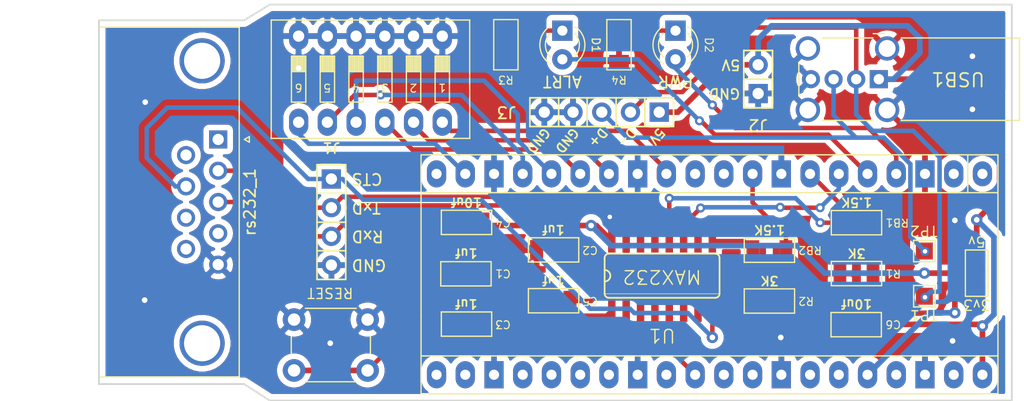
<source format=kicad_pcb>
(kicad_pcb (version 20171130) (host pcbnew "(5.1.10)-1")
  (layers (0 F.Cu signal) (31 B.Cu signal) (34 B.Paste user) (35 F.Paste user) (36 B.SilkS user) (37 F.SilkS user) (38 B.Mask user) (39 F.Mask user) (44 Edge.Cuts user))
  (net 0 "")
  (net 1 "Net-(C1-Pad1)")
  (net 2 "Net-(C2-Pad2)")
  (net 3 GND)
  (net 4 "Net-(C3-Pad2)")
  (net 5 "Net-(C3-Pad1)")
  (net 6 +5V)
  (net 7 "Net-(D1-Pad2)")
  (net 8 "Net-(D1-Pad1)")
  (net 9 "Net-(D2-Pad2)")
  (net 10 "Net-(D2-Pad1)")
  (net 11 "Net-(J1-Pad3)")
  (net 12 "Net-(J1-Pad2)")
  (net 13 "Net-(JP1-Pad3)")
  (net 14 "Net-(R1-Pad2)")
  (net 15 "Net-(R2-Pad2)")
  (net 16 "Net-(SW1-Pad6)")
  (net 17 "Net-(SW1-Pad5)")
  (net 18 "Net-(SW1-Pad4)")
  (net 19 "Net-(SW1-Pad3)")
  (net 20 "Net-(SW1-Pad2)")
  (net 21 "Net-(SW1-Pad1)")
  (net 22 "Net-(SW2-Pad1)")
  (net 23 "Net-(U1-Pad10)")
  (net 24 "Net-(U1-Pad11)")
  (net 25 "Net-(U1-Pad7)")
  (net 26 "Net-(U2-Pad1)")
  (net 27 "Net-(U2-Pad2)")
  (net 28 "Net-(U2-Pad10)")
  (net 29 "Net-(U2-Pad11)")
  (net 30 "Net-(U2-Pad20)")
  (net 31 "Net-(U2-Pad21)")
  (net 32 "Net-(U2-Pad22)")
  (net 33 "Net-(U2-Pad24)")
  (net 34 "Net-(U2-Pad25)")
  (net 35 "Net-(U2-Pad26)")
  (net 36 "Net-(U2-Pad27)")
  (net 37 "Net-(U2-Pad29)")
  (net 38 "Net-(U2-Pad31)")
  (net 39 "Net-(U2-Pad32)")
  (net 40 "Net-(U2-Pad34)")
  (net 41 "Net-(U2-Pad35)")
  (net 42 "Net-(U2-Pad37)")
  (net 43 "Net-(U2-Pad39)")
  (net 44 "Net-(J3-Pad2)")
  (net 45 "Net-(C5-Pad2)")
  (net 46 "Net-(C5-Pad1)")
  (net 47 "Net-(J3-Pad3)")
  (net 48 "Net-(rs232_1-Pad9)")
  (net 49 "Net-(rs232_1-Pad8)")
  (net 50 "Net-(rs232_1-Pad6)")
  (net 51 "Net-(rs232_1-Pad4)")
  (net 52 "Net-(rs232_1-Pad1)")
  (net 53 "Net-(J1-Pad1)")
  (net 54 "Net-(RB1-Pad2)")
  (net 55 "Net-(RB2-Pad1)")
  (net 56 "Net-(C4-Pad2)")
  (net 57 "Net-(rs232_1-Pad0)")
  (module usbpico:USB_A_Wuerth_614004134726_Horizontal (layer F.Cu) (at 189.976 82.296 180)
    (fp_text reference USB1 (at -7 0 180 unlocked) (layer F.SilkS) (effects (font (size 1.2 1.2))))
    (fp_text value USB_A)
    (pad 5 thru_hole circle (at -0.73 -2.72 180) (size 2.15 2.15) (drill 1.5) (layers *.Cu *.Mask) (net 3 GND))
    (pad 5 thru_hole circle (at 6.27 -2.72 180) (size 2.15 2.15) (drill 1.5) (layers *.Cu *.Mask) (net 3 GND))
    (pad 5 thru_hole circle (at 6.27 2.72 180) (size 2.15 2.15) (drill 1.5) (layers *.Cu *.Mask) (net 3 GND))
    (pad 5 thru_hole circle (at -0.73 2.72 180) (size 2.15 2.15) (drill 1.5) (layers *.Cu *.Mask) (net 3 GND))
    (pad 1 thru_hole rect (at 0 0 180) (size 1.6 1.6) (drill 0.92) (layers *.Cu *.Mask) (net 6 +5V))
    (pad 2 thru_hole circle (at 2 0 180) (size 1.6 1.6) (drill 0.92) (layers *.Cu *.Mask) (net 44 "Net-(J3-Pad2)"))
    (pad 3 thru_hole circle (at 4 0 180) (size 1.6 1.6) (drill 0.92) (layers *.Cu *.Mask) (net 47 "Net-(J3-Pad3)"))
    (pad 4 thru_hole circle (at 6 0 180) (size 1.6 1.6) (drill 0.92) (layers *.Cu *.Mask) (net 3 GND))
  )
  (module usbpico:SW_DIP_SPSTx06_Slide_9.78x17.42mm_W7.62mm_P2.54mm (layer F.Cu) (at 151.384 78.486 270)
    (fp_text reference SW1 hide)
    (fp_text value SW_DIP_x06)
    (fp_text user 6 (at 4.572 12.7 180 unlocked) (layer F.SilkS) (effects (font (size 0.7 0.7) (thickness 0.1))))
    (fp_text user 5 (at 4.572 9.779 180 unlocked) (layer F.SilkS) (effects (font (size 0.7 0.7) (thickness 0.1)) (justify left)))
    (fp_text user 4 (at 4.572 7.239 180 unlocked) (layer F.SilkS) (effects (font (size 0.7 0.7) (thickness 0.1)) (justify left)))
    (fp_text user 3 (at 4.572 4.699 180 unlocked) (layer F.SilkS) (effects (font (size 0.7 0.7) (thickness 0.1)) (justify left)))
    (fp_text user 2 (at 4.572 2.159 180 unlocked) (layer F.SilkS) (effects (font (size 0.7 0.7) (thickness 0.1)) (justify left)))
    (fp_text user 1 (at 4.572 -0.381 180 unlocked) (layer F.SilkS) (effects (font (size 0.7 0.7) (thickness 0.1)) (justify left)))
    (pad 1 thru_hole oval (at 7.62 0 270) (size 2.4 1.7) (drill 1) (layers *.Cu *.Mask) (net 21 "Net-(SW1-Pad1)"))
    (pad 7 thru_hole oval (at 0 12.7 270) (size 2.4 1.7) (drill 1) (layers *.Cu *.Mask) (net 3 GND))
    (pad 2 thru_hole oval (at 7.62 2.54 270) (size 2.4 1.7) (drill 1) (layers *.Cu *.Mask) (net 20 "Net-(SW1-Pad2)"))
    (pad 8 thru_hole oval (at 0 10.16 270) (size 2.4 1.7) (drill 1) (layers *.Cu *.Mask) (net 3 GND))
    (pad 3 thru_hole oval (at 7.62 5.08 270) (size 2.4 1.7) (drill 1) (layers *.Cu *.Mask) (net 19 "Net-(SW1-Pad3)"))
    (pad 9 thru_hole oval (at 0 7.62 270) (size 2.4 1.7) (drill 1) (layers *.Cu *.Mask) (net 3 GND))
    (pad 4 thru_hole oval (at 7.62 7.62 270) (size 2.4 1.7) (drill 1) (layers *.Cu *.Mask) (net 18 "Net-(SW1-Pad4)"))
    (pad 10 thru_hole oval (at 0 5.08 270) (size 2.4 1.7) (drill 1) (layers *.Cu *.Mask) (net 3 GND))
    (pad 5 thru_hole oval (at 7.62 10.16 270) (size 2.4 1.7) (drill 1) (layers *.Cu *.Mask) (net 17 "Net-(SW1-Pad5)"))
    (pad 11 thru_hole oval (at 0 2.54 270) (size 2.4 1.7) (drill 1) (layers *.Cu *.Mask) (net 3 GND))
    (pad 6 thru_hole oval (at 7.62 12.7 270) (size 2.4 1.7) (drill 1) (layers *.Cu *.Mask) (net 16 "Net-(SW1-Pad6)"))
    (pad 12 thru_hole oval (at 0 0 270) (size 2.4 1.7) (drill 1) (layers *.Cu *.Mask) (net 3 GND))
  )
  (module usbpico:LED_D3.0mm_PWR (layer F.Cu) (at 172 78 270)
    (fp_text reference D2 (at 1.27 -2.96 270 unlocked) (layer F.SilkS) (effects (font (size 0.7 0.7) (thickness 0.1))))
    (fp_text value LED_Small)
    (fp_text user PWR (at 4.5 0 180 unlocked) (layer F.SilkS))
    (pad 2 thru_hole circle (at 2.54 0 270) (size 1.8 1.8) (drill 0.9) (layers *.Cu *.Mask) (net 9 "Net-(D2-Pad2)"))
    (pad 1 thru_hole rect (at 0 0 270) (size 1.8 1.8) (drill 0.9) (layers *.Cu *.Mask) (net 10 "Net-(D2-Pad1)"))
  )
  (module usbpico:LED_D3.0mm_ALRT (layer F.Cu) (at 162 78 270)
    (fp_text reference D1 (at 1.27 -2.96 270 unlocked) (layer F.SilkS) (effects (font (size 0.7 0.7) (thickness 0.11))))
    (fp_text value LED_Small)
    (fp_text user ALRT (at 4.5 0 180 unlocked) (layer F.SilkS))
    (pad 2 thru_hole circle (at 2.54 0 270) (size 1.8 1.8) (drill 0.9) (layers *.Cu *.Mask) (net 7 "Net-(D1-Pad2)"))
    (pad 1 thru_hole rect (at 0 0 270) (size 1.8 1.8) (drill 0.9) (layers *.Cu *.Mask) (net 8 "Net-(D1-Pad1)"))
  )
  (module usbpico:R_1206_3216Metric_LED (layer F.Cu) (at 157.005 79.248 90)
    (fp_text reference R3 (at -3.1 0 180 unlocked) (layer F.SilkS) (effects (font (size 0.7 0.7) (thickness 0.1))))
    (fp_text value R hide)
    (pad 2 smd rect (at 1.4625 0 90) (size 1.125 1.75) (layers F.Cu F.Paste F.Mask) (net 8 "Net-(D1-Pad1)"))
    (pad 1 smd rect (at -1.4625 0 90) (size 1.125 1.75) (layers F.Cu F.Paste F.Mask) (net 3 GND))
  )
  (module usbpico:R_1206_3216Metric_LED (layer F.Cu) (at 167.005 79.248 90)
    (fp_text reference R4 (at -3.1 0 180 unlocked) (layer F.SilkS) (effects (font (size 0.7 0.7) (thickness 0.1))))
    (fp_text value R hide)
    (pad 2 smd rect (at 1.4625 0 90) (size 1.125 1.75) (layers F.Cu F.Paste F.Mask) (net 10 "Net-(D2-Pad1)"))
    (pad 1 smd rect (at -1.4625 0 90) (size 1.125 1.75) (layers F.Cu F.Paste F.Mask) (net 3 GND))
  )
  (module usbpico:SW_PUSH_6mm (layer F.Cu) (at 144.78 108.077 180)
    (fp_text reference SW2 hide)
    (fp_text value SW_MEC_5E)
    (fp_text user RESET (at 3.302 6.858 180 unlocked) (layer F.SilkS) (effects (font (size 0.9 0.9) (thickness 0.12))))
    (pad 2 thru_hole circle (at 6.5 0 270) (size 2 2) (drill 1.1) (layers *.Cu *.Mask) (net 22 "Net-(SW2-Pad1)"))
    (pad 4 thru_hole circle (at 6.5 4.5 270) (size 2 2) (drill 1.1) (layers *.Cu *.Mask) (net 3 GND))
    (pad 1 thru_hole circle (at 0 0 270) (size 2 2) (drill 1.1) (layers *.Cu *.Mask) (net 22 "Net-(SW2-Pad1)"))
    (pad 3 thru_hole circle (at 0 4.5 270) (size 2 2) (drill 1.1) (layers *.Cu *.Mask) (net 3 GND))
  )
  (module usbpico:SolderJumper_MAX232_5v-3v3_switch (layer F.Cu) (at 198.628 99.465 270)
    (fp_text reference JP1 hide)
    (fp_text value SolderJumper_3_Open)
    (fp_text user 5v (at -2.8 0 180 unlocked) (layer F.SilkS) (effects (font (size 0.9 0.9) (thickness 0.12))))
    (fp_text user 3v3 (at 2.8 0 180 unlocked) (layer F.SilkS) (effects (font (size 0.9 0.9) (thickness 0.12))))
    (pad 1 smd rect (at -1.3 0 270) (size 1 1.5) (layers F.Cu F.Mask) (net 6 +5V))
    (pad 2 smd rect (at 0 0 270) (size 1 1.5) (layers F.Cu F.Mask) (net 56 "Net-(C4-Pad2)"))
    (pad 3 smd rect (at 1.3 0 270) (size 1 1.5) (layers F.Cu F.Mask) (net 13 "Net-(JP1-Pad3)"))
  )
  (module usbpico:max232_SMD (layer F.Cu) (at 170.815 99.695)
    (fp_text reference U1 (at 0 4.6 180 unlocked) (layer F.SilkS) (effects (font (size 1.2 1.2) (thickness 0.12)) (justify bottom)))
    (fp_text value MAX232 (at 0 -0.6 180 unlocked) (layer F.SilkS) (effects (font (size 1.2 1.2) (thickness 0.12)) (justify bottom)))
    (pad 9 smd rect (at 4.445 -3.0734) (size 0.6604 2.032) (layers F.Cu F.Paste F.Mask) (net 55 "Net-(RB2-Pad1)"))
    (pad 8 smd rect (at 4.445 3.0734) (size 0.6604 2.032) (layers F.Cu F.Paste F.Mask) (net 53 "Net-(J1-Pad1)"))
    (pad 10 smd rect (at 3.175 -3.0734) (size 0.6604 2.032) (layers F.Cu F.Paste F.Mask) (net 23 "Net-(U1-Pad10)"))
    (pad 11 smd rect (at 1.905 -3.0734) (size 0.6604 2.032) (layers F.Cu F.Paste F.Mask) (net 24 "Net-(U1-Pad11)"))
    (pad 7 smd rect (at 3.175 3.0734) (size 0.6604 2.032) (layers F.Cu F.Paste F.Mask) (net 25 "Net-(U1-Pad7)"))
    (pad 6 smd rect (at 1.905 3.0734) (size 0.6604 2.032) (layers F.Cu F.Paste F.Mask) (net 2 "Net-(C2-Pad2)"))
    (pad 12 smd rect (at 0.635 -3.0734) (size 0.6604 2.032) (layers F.Cu F.Paste F.Mask) (net 54 "Net-(RB1-Pad2)"))
    (pad 5 smd rect (at 0.635 3.0734) (size 0.6604 2.032) (layers F.Cu F.Paste F.Mask) (net 4 "Net-(C3-Pad2)"))
    (pad 13 smd rect (at -0.635 -3.0734) (size 0.6604 2.032) (layers F.Cu F.Paste F.Mask) (net 12 "Net-(J1-Pad2)"))
    (pad 4 smd rect (at -0.635 3.0734) (size 0.6604 2.032) (layers F.Cu F.Paste F.Mask) (net 5 "Net-(C3-Pad1)"))
    (pad 14 smd rect (at -1.905 -3.0734) (size 0.6604 2.032) (layers F.Cu F.Paste F.Mask) (net 11 "Net-(J1-Pad3)"))
    (pad 15 smd rect (at -3.175 -3.0734) (size 0.6604 2.032) (layers F.Cu F.Paste F.Mask) (net 3 GND))
    (pad 3 smd rect (at -1.905 3.0734) (size 0.6604 2.032) (layers F.Cu F.Paste F.Mask) (net 45 "Net-(C5-Pad2)"))
    (pad 2 smd rect (at -3.175 3.0734) (size 0.6604 2.032) (layers F.Cu F.Paste F.Mask) (net 1 "Net-(C1-Pad1)"))
    (pad 16 smd rect (at -4.445 -3.0734) (size 0.6604 2.032) (layers F.Cu F.Paste F.Mask) (net 56 "Net-(C4-Pad2)"))
    (pad 1 smd rect (at -4.445 3.0734) (size 0.6604 2.032) (layers F.Cu F.Paste F.Mask) (net 46 "Net-(C5-Pad1)"))
  )
  (module usbpico:R_1206_3216Metric_bridgeflip (layer F.Cu) (at 188 95 180)
    (fp_text reference RB1 (at -2.5 0 180 unlocked) (layer F.SilkS) (effects (font (size 0.7 0.7) (thickness 0.1)) (justify right)))
    (fp_text value 1.5K (at 0 1.8 180 unlocked) (layer F.SilkS) (effects (font (size 0.8 0.8))))
    (pad 2 smd rect (at 0.6 0) (size 0.6 1) (layers F.Cu F.Paste F.Mask) (net 54 "Net-(RB1-Pad2)"))
    (pad 1 smd rect (at -0.6 0 180) (size 0.6 1) (layers F.Cu F.Paste F.Mask) (net 14 "Net-(R1-Pad2)"))
    (pad 2 smd rect (at 1.4625 0 180) (size 1.125 1.75) (layers F.Cu F.Paste F.Mask) (net 54 "Net-(RB1-Pad2)"))
    (pad 1 smd rect (at -1.4625 0 180) (size 1.125 1.75) (layers F.Cu F.Paste F.Mask) (net 14 "Net-(R1-Pad2)"))
  )
  (module usbpico:R_1206_3216Metric (layer F.Cu) (at 180.302 101.932)
    (fp_text reference R2 (at 2.5 0 180 unlocked) (layer F.SilkS) (effects (font (size 0.7 0.7) (thickness 0.1)) (justify right)))
    (fp_text value 3K (at 0 -1.8 180 unlocked) (layer F.SilkS) (effects (font (size 0.8 0.8))))
    (pad 2 smd rect (at 1.4625 0) (size 1.125 1.75) (layers F.Cu F.Paste F.Mask) (net 15 "Net-(R2-Pad2)"))
    (pad 1 smd rect (at -1.4625 0) (size 1.125 1.75) (layers F.Cu F.Paste F.Mask) (net 3 GND))
  )
  (module usbpico:R_1206_3216Metric (layer F.Cu) (at 188 99.5)
    (fp_text reference R1 (at 2.5 0 180 unlocked) (layer F.SilkS) (effects (font (size 0.7 0.7) (thickness 0.1)) (justify right)))
    (fp_text value 3K (at 0 -1.8 180 unlocked) (layer F.SilkS) (effects (font (size 0.8 0.8))))
    (pad 2 smd rect (at 1.4625 0) (size 1.125 1.75) (layers F.Cu F.Paste F.Mask) (net 14 "Net-(R1-Pad2)"))
    (pad 1 smd rect (at -1.4625 0) (size 1.125 1.75) (layers F.Cu F.Paste F.Mask) (net 3 GND))
  )
  (module usbpico:R_1206_3216Metric_bridge (layer F.Cu) (at 180.302 97.432)
    (fp_text reference RB2 (at 2.5 0 180 unlocked) (layer F.SilkS) (effects (font (size 0.7 0.7) (thickness 0.1)) (justify right)))
    (fp_text value 1.5K (at 0 -1.8 180 unlocked) (layer F.SilkS) (effects (font (size 0.8 0.8))))
    (pad 2 smd rect (at 0.6 0 180) (size 0.6 1) (layers F.Cu F.Paste F.Mask) (net 15 "Net-(R2-Pad2)"))
    (pad 1 smd rect (at -0.6 0) (size 0.6 1) (layers F.Cu F.Paste F.Mask) (net 55 "Net-(RB2-Pad1)"))
    (pad 2 smd rect (at 1.4625 0) (size 1.125 1.75) (layers F.Cu F.Paste F.Mask) (net 15 "Net-(R2-Pad2)"))
    (pad 1 smd rect (at -1.4625 0) (size 1.125 1.75) (layers F.Cu F.Paste F.Mask) (net 55 "Net-(RB2-Pad1)"))
  )
  (module usbpico:C_1206_3216Metric (layer F.Cu) (at 153.5 95)
    (fp_text reference C4 (at 2.5 0 180 unlocked) (layer F.SilkS) (effects (font (size 0.7 0.7) (thickness 0.1)) (justify right)))
    (fp_text value 10uf (at 0 -1.8 180 unlocked) (layer F.SilkS) (effects (font (size 0.8 0.8))))
    (pad 2 smd rect (at 1.475 0) (size 1.15 1.8) (layers F.Cu F.Paste F.Mask) (net 56 "Net-(C4-Pad2)"))
    (pad 1 smd rect (at -1.475 0) (size 1.15 1.8) (layers F.Cu F.Paste F.Mask) (net 3 GND))
  )
  (module usbpico:C_1206_3216Metric (layer F.Cu) (at 161.198 101.932)
    (fp_text reference C5 (at 2.5 0 180 unlocked) (layer F.SilkS) (effects (font (size 0.7 0.7) (thickness 0.1)) (justify right)))
    (fp_text value 1uf (at 0 -1.8 180 unlocked) (layer F.SilkS) (effects (font (size 0.8 0.8))))
    (pad 2 smd rect (at 1.475 0) (size 1.15 1.8) (layers F.Cu F.Paste F.Mask) (net 45 "Net-(C5-Pad2)"))
    (pad 1 smd rect (at -1.475 0) (size 1.15 1.8) (layers F.Cu F.Paste F.Mask) (net 46 "Net-(C5-Pad1)"))
  )
  (module usbpico:C_1206_3216Metric (layer F.Cu) (at 153.5 104)
    (fp_text reference C3 (at 2.5 0 180 unlocked) (layer F.SilkS) (effects (font (size 0.7 0.7) (thickness 0.1)) (justify right)))
    (fp_text value 1uf (at 0 -1.8 180 unlocked) (layer F.SilkS) (effects (font (size 0.8 0.8))))
    (pad 2 smd rect (at 1.475 0) (size 1.15 1.8) (layers F.Cu F.Paste F.Mask) (net 4 "Net-(C3-Pad2)"))
    (pad 1 smd rect (at -1.475 0) (size 1.15 1.8) (layers F.Cu F.Paste F.Mask) (net 5 "Net-(C3-Pad1)"))
  )
  (module usbpico:C_1206_3216Metric (layer F.Cu) (at 161.198 97.432)
    (fp_text reference C2 (at 2.5 0 180 unlocked) (layer F.SilkS) (effects (font (size 0.7 0.7) (thickness 0.1)) (justify right)))
    (fp_text value 1uf (at 0 -1.8 180 unlocked) (layer F.SilkS) (effects (font (size 0.8 0.8))))
    (pad 2 smd rect (at 1.475 0) (size 1.15 1.8) (layers F.Cu F.Paste F.Mask) (net 2 "Net-(C2-Pad2)"))
    (pad 1 smd rect (at -1.475 0) (size 1.15 1.8) (layers F.Cu F.Paste F.Mask) (net 3 GND))
  )
  (module usbpico:C_1206_3216MetricFlip (layer F.Cu) (at 153.5 99.5 180)
    (fp_text reference C1 (at -2.5 0 180 unlocked) (layer F.SilkS) (effects (font (size 0.7 0.7) (thickness 0.1)) (justify right)))
    (fp_text value 1uf (at 0 1.8 180 unlocked) (layer F.SilkS) (effects (font (size 0.8 0.8))))
    (pad 2 smd rect (at 1.475 0 180) (size 1.15 1.8) (layers F.Cu F.Paste F.Mask) (net 3 GND))
    (pad 1 smd rect (at -1.475 0 180) (size 1.15 1.8) (layers F.Cu F.Paste F.Mask) (net 1 "Net-(C1-Pad1)"))
  )
  (module usbpico:C_1206_3216MetricFlip (layer F.Cu) (at 188 104 180)
    (fp_text reference C6 (at -2.5 0 180 unlocked) (layer F.SilkS) (effects (font (size 0.7 0.7) (thickness 0.1)) (justify right)))
    (fp_text value 10uf (at 0 1.8 180 unlocked) (layer F.SilkS) (effects (font (size 0.8 0.8))))
    (pad 2 smd rect (at 1.475 0 180) (size 1.15 1.8) (layers F.Cu F.Paste F.Mask) (net 3 GND))
    (pad 1 smd rect (at -1.475 0 180) (size 1.15 1.8) (layers F.Cu F.Paste F.Mask) (net 6 +5V))
  )
  (module usbpico:PinHeader_ALT_PWR_IN (layer F.Cu) (at 179.308 81.026)
    (fp_text reference J2 (at 0 5.334 180 unlocked) (layer F.SilkS))
    (fp_text value Conn_01x02_Male)
    (fp_text user 5V (at -1.5 0 180 unlocked) (layer F.SilkS) (effects (font (size 0.9 0.9)) (justify left)))
    (fp_text user GND (at -1.5 2.54 180 unlocked) (layer F.SilkS) (effects (font (size 0.9 0.9)) (justify left)))
    (pad 1 thru_hole circle (at 0 0) (size 1.7 1.7) (drill 1) (layers *.Cu *.Mask) (net 6 +5V))
    (pad 2 thru_hole rect (at 0 2.54 90) (size 1.7 1.7) (drill 1) (layers *.Cu *.Mask) (net 3 GND))
  )
  (module usbpico:PinHeader_ALT_SERIAL_OUT (layer F.Cu) (at 141.578 91.131)
    (fp_text reference J1 (at 0 -2.77 180 unlocked) (layer F.SilkS) (effects (font (size 0.9 0.9))))
    (fp_text value Conn_01x04_Male)
    (fp_text user TxD (at 1.7 2.54 180 unlocked) (layer F.SilkS) (effects (justify right)))
    (fp_text user GND (at 1.7 7.62 180 unlocked) (layer F.SilkS) (effects (justify right)))
    (fp_text user RxD (at 1.7 5.08 180 unlocked) (layer F.SilkS) (effects (justify right)))
    (fp_text user CTS (at 1.7 0 180 unlocked) (layer F.SilkS) (effects (justify right)))
    (pad 4 thru_hole oval (at 0 7.62) (size 1.7 1.7) (drill 1) (layers *.Cu *.Mask) (net 3 GND))
    (pad 3 thru_hole oval (at 0 5.08) (size 1.7 1.7) (drill 1) (layers *.Cu *.Mask) (net 11 "Net-(J1-Pad3)"))
    (pad 2 thru_hole oval (at 0 2.54) (size 1.7 1.7) (drill 1) (layers *.Cu *.Mask) (net 12 "Net-(J1-Pad2)"))
    (pad 1 thru_hole rect (at 0 0) (size 1.7 1.7) (drill 1) (layers *.Cu *.Mask) (net 53 "Net-(J1-Pad1)"))
  )
  (module usbpico:PinHeader_ALT_USB_IN (layer F.Cu) (at 170.561 85.217 270)
    (fp_text reference J3 (at 0 13.5 180 unlocked) (layer F.SilkS))
    (fp_text value Conn_01x05_Male)
    (fp_text user GND (at 1.5 7.3025 230 unlocked) (layer F.SilkS) (effects (font (size 0.8 0.8)) (justify left)))
    (fp_text user GND (at 1.5 9.8425 230 unlocked) (layer F.SilkS) (effects (font (size 0.8 0.8)) (justify left)))
    (fp_text user D+ (at 1.5 4.7625 230 unlocked) (layer F.SilkS) (effects (font (size 0.8 0.8)) (justify left)))
    (fp_text user D- (at 1.5 2.2225 230 unlocked) (layer F.SilkS) (effects (font (size 0.8 0.8)) (justify left)))
    (fp_text user 5V (at 1.5 -0.3175 230 unlocked) (layer F.SilkS) (effects (font (size 0.8 0.8)) (justify left)))
    (pad 5 thru_hole oval (at 0 10.16 270) (size 1.7 1.7) (drill 1) (layers *.Cu *.Mask) (net 3 GND))
    (pad 4 thru_hole oval (at 0 7.62 270) (size 1.7 1.7) (drill 1) (layers *.Cu *.Mask) (net 3 GND))
    (pad 3 thru_hole oval (at 0 5.08 270) (size 1.7 1.7) (drill 1) (layers *.Cu *.Mask) (net 47 "Net-(J3-Pad3)"))
    (pad 2 thru_hole oval (at 0 2.54 270) (size 1.7 1.7) (drill 1) (layers *.Cu *.Mask) (net 44 "Net-(J3-Pad2)"))
    (pad 1 thru_hole rect (at 0 0 270) (size 1.7 1.7) (drill 1) (layers *.Cu *.Mask) (net 6 +5V))
  )
  (module usbpico:RPi_Pico_SMD_THv2 (layer F.Cu) (at 175.006 99.568 270)
    (fp_text reference U2 hide)
    (fp_text value PICO_RP2040)
    (pad 1 thru_hole oval (at -8.89 -24.13 270) (size 2.2 1.7) (drill 0.9) (layers *.Cu *.Mask) (net 26 "Net-(U2-Pad1)"))
    (pad 2 thru_hole oval (at -8.89 -21.59 270) (size 2.4 1.7) (drill 0.9) (layers *.Cu *.Mask) (net 27 "Net-(U2-Pad2)"))
    (pad 3 thru_hole rect (at -8.89 -19.05 270) (size 2.4 1.7) (drill 0.9) (layers *.Cu *.Mask) (net 3 GND))
    (pad 4 thru_hole oval (at -8.89 -16.51 270) (size 2.4 1.7) (drill 0.9) (layers *.Cu *.Mask) (net 9 "Net-(D2-Pad2)"))
    (pad 5 thru_hole oval (at -8.89 -13.97 270) (size 2.4 1.7) (drill 0.9) (layers *.Cu *.Mask) (net 7 "Net-(D1-Pad2)"))
    (pad 6 thru_hole oval (at -8.89 -11.43 270) (size 2.4 1.7) (drill 0.9) (layers *.Cu *.Mask) (net 24 "Net-(U1-Pad11)"))
    (pad 7 thru_hole oval (at -8.89 -8.89 270) (size 2.4 1.7) (drill 0.9) (layers *.Cu *.Mask) (net 14 "Net-(R1-Pad2)"))
    (pad 8 thru_hole rect (at -8.89 -6.35 270) (size 2.4 1.7) (drill 0.9) (layers *.Cu *.Mask) (net 3 GND))
    (pad 9 thru_hole oval (at -8.89 -3.81 270) (size 2.4 1.7) (drill 0.9) (layers *.Cu *.Mask) (net 15 "Net-(R2-Pad2)"))
    (pad 10 thru_hole oval (at -8.89 -1.27 270) (size 2.4 1.7) (drill 0.9) (layers *.Cu *.Mask) (net 28 "Net-(U2-Pad10)"))
    (pad 11 thru_hole oval (at -8.89 1.27 270) (size 2.4 1.7) (drill 0.9) (layers *.Cu *.Mask) (net 29 "Net-(U2-Pad11)"))
    (pad 12 thru_hole oval (at -8.89 3.81 270) (size 2.4 1.7) (drill 0.9) (layers *.Cu *.Mask) (net 21 "Net-(SW1-Pad1)"))
    (pad 13 thru_hole rect (at -8.89 6.35 270) (size 2.4 1.7) (drill 0.9) (layers *.Cu *.Mask) (net 3 GND))
    (pad 14 thru_hole oval (at -8.89 8.89 270) (size 2.4 1.7) (drill 0.9) (layers *.Cu *.Mask) (net 20 "Net-(SW1-Pad2)"))
    (pad 15 thru_hole oval (at -8.89 11.43 270) (size 2.4 1.7) (drill 0.9) (layers *.Cu *.Mask) (net 19 "Net-(SW1-Pad3)"))
    (pad 16 thru_hole oval (at -8.89 13.97 270) (size 2.4 1.7) (drill 0.9) (layers *.Cu *.Mask) (net 18 "Net-(SW1-Pad4)"))
    (pad 17 thru_hole oval (at -8.89 16.51 270) (size 2.4 1.7) (drill 0.9) (layers *.Cu *.Mask) (net 17 "Net-(SW1-Pad5)"))
    (pad 18 thru_hole rect (at -8.89 19.05 270) (size 2.4 1.7) (drill 0.9) (layers *.Cu *.Mask) (net 3 GND))
    (pad 19 thru_hole oval (at -8.89 21.59 270) (size 2.4 1.7) (drill 0.9) (layers *.Cu *.Mask) (net 16 "Net-(SW1-Pad6)"))
    (pad 20 thru_hole oval (at -8.89 24.13 270) (size 2.4 1.7) (drill 0.9) (layers *.Cu *.Mask) (net 30 "Net-(U2-Pad20)"))
    (pad 21 thru_hole oval (at 8.89 24.13 270) (size 2.4 1.7) (drill 0.9) (layers *.Cu *.Mask) (net 31 "Net-(U2-Pad21)"))
    (pad 22 thru_hole oval (at 8.89 21.59 270) (size 2.4 1.7) (drill 0.9) (layers *.Cu *.Mask) (net 32 "Net-(U2-Pad22)"))
    (pad 23 thru_hole rect (at 8.89 19.05 270) (size 2.4 1.7) (drill 0.9) (layers *.Cu *.Mask) (net 3 GND))
    (pad 24 thru_hole oval (at 8.89 16.51 270) (size 2.4 1.7) (drill 0.9) (layers *.Cu *.Mask) (net 33 "Net-(U2-Pad24)"))
    (pad 25 thru_hole oval (at 8.89 13.97 270) (size 2.4 1.7) (drill 0.9) (layers *.Cu *.Mask) (net 34 "Net-(U2-Pad25)"))
    (pad 26 thru_hole oval (at 8.89 11.43 270) (size 2.4 1.7) (drill 0.9) (layers *.Cu *.Mask) (net 35 "Net-(U2-Pad26)"))
    (pad 27 thru_hole oval (at 8.89 8.89 270) (size 2.4 1.7) (drill 0.9) (layers *.Cu *.Mask) (net 36 "Net-(U2-Pad27)"))
    (pad 28 thru_hole rect (at 8.89 6.35 270) (size 2.4 1.7) (drill 0.9) (layers *.Cu *.Mask) (net 3 GND))
    (pad 29 thru_hole oval (at 8.89 3.81 270) (size 2.4 1.7) (drill 0.9) (layers *.Cu *.Mask) (net 37 "Net-(U2-Pad29)"))
    (pad 30 thru_hole oval (at 8.89 1.27 270) (size 2.4 1.7) (drill 0.9) (layers *.Cu *.Mask) (net 22 "Net-(SW2-Pad1)"))
    (pad 31 thru_hole oval (at 8.89 -1.27 270) (size 2.4 1.7) (drill 0.9) (layers *.Cu *.Mask) (net 38 "Net-(U2-Pad31)"))
    (pad 32 thru_hole oval (at 8.89 -3.81 270) (size 2.4 1.7) (drill 0.9) (layers *.Cu *.Mask) (net 39 "Net-(U2-Pad32)"))
    (pad 33 thru_hole rect (at 8.89 -6.35 270) (size 2.4 1.7) (drill 0.9) (layers *.Cu *.Mask) (net 3 GND))
    (pad 34 thru_hole oval (at 8.89 -8.89 270) (size 2.4 1.7) (drill 0.9) (layers *.Cu *.Mask) (net 40 "Net-(U2-Pad34)"))
    (pad 35 thru_hole oval (at 8.89 -11.43 270) (size 2.4 1.7) (drill 0.9) (layers *.Cu *.Mask) (net 41 "Net-(U2-Pad35)"))
    (pad 36 thru_hole oval (at 8.89 -13.97 270) (size 2.4 1.7) (drill 0.9) (layers *.Cu *.Mask) (net 13 "Net-(JP1-Pad3)"))
    (pad 37 thru_hole oval (at 8.89 -16.51 270) (size 2.4 1.7) (drill 0.9) (layers *.Cu *.Mask) (net 42 "Net-(U2-Pad37)"))
    (pad 38 thru_hole rect (at 8.89 -19.05 270) (size 2.4 1.7) (drill 0.9) (layers *.Cu *.Mask) (net 3 GND))
    (pad 39 thru_hole oval (at 8.89 -21.59 90) (size 2.4 1.7) (drill 0.9) (layers *.Cu *.Mask) (net 43 "Net-(U2-Pad39)"))
    (pad 40 thru_hole oval (at 8.89 -24.13 270) (size 2.4 1.7) (drill 0.9) (layers *.Cu *.Mask) (net 6 +5V))
  )
  (module usbpico:TestPoint_Pad_1.5x1.5mm (layer F.Cu) (at 194 97.508 270)
    (fp_text reference TP2 (at -1.778 0.05 180 unlocked) (layer F.SilkS) (effects (font (size 0.9 0.9) (thickness 0.12))))
    (fp_text value TestPoint)
    (pad 1 smd rect (at 0 0 270) (size 1.5 1.5) (layers F.Cu F.Mask) (net 47 "Net-(J3-Pad3)"))
  )
  (module usbpico:TestPoint_Pad_1.5x1.5mm (layer F.Cu) (at 194 101.508 270)
    (fp_text reference TP1 (at 1.692 0.05 180 unlocked) (layer F.SilkS) (effects (font (size 0.9 0.9) (thickness 0.12))))
    (fp_text value TestPoint)
    (pad 1 smd rect (at 0 0 270) (size 1.5 1.5) (layers F.Cu F.Mask) (net 44 "Net-(J3-Pad2)"))
  )
  (module Connector_Dsub:DSUB-9_Male_Horizontal_P2.77x2.84mm_EdgePinOffset7.70mm_Housed_MountingHolesOffset9.12mm (layer F.Cu) (at 131.572 87.63 270)
    (fp_text reference rs232_1 (at 5.54 -2.8 90) (layer F.SilkS))
    (fp_text value DB9_Female_MountingHoles)
    (pad 0 thru_hole circle (at 18.04 1.42 270) (size 4 4) (drill 3.2) (layers *.Cu *.Mask) (net 57 "Net-(rs232_1-Pad0)"))
    (pad 0 thru_hole circle (at -6.96 1.42 270) (size 4 4) (drill 3.2) (layers *.Cu *.Mask) (net 57 "Net-(rs232_1-Pad0)"))
    (pad 9 thru_hole circle (at 9.695 2.84 270) (size 1.6 1.6) (drill 1) (layers *.Cu *.Mask) (net 48 "Net-(rs232_1-Pad9)"))
    (pad 8 thru_hole circle (at 6.925 2.84 270) (size 1.6 1.6) (drill 1) (layers *.Cu *.Mask) (net 49 "Net-(rs232_1-Pad8)"))
    (pad 7 thru_hole circle (at 4.155 2.84 270) (size 1.6 1.6) (drill 1) (layers *.Cu *.Mask) (net 53 "Net-(J1-Pad1)"))
    (pad 6 thru_hole circle (at 1.385 2.84 270) (size 1.6 1.6) (drill 1) (layers *.Cu *.Mask) (net 50 "Net-(rs232_1-Pad6)"))
    (pad 5 thru_hole circle (at 11.08 0 270) (size 1.6 1.6) (drill 1) (layers *.Cu *.Mask) (net 3 GND))
    (pad 4 thru_hole circle (at 8.31 0 270) (size 1.6 1.6) (drill 1) (layers *.Cu *.Mask) (net 51 "Net-(rs232_1-Pad4)"))
    (pad 3 thru_hole circle (at 5.54 0 270) (size 1.6 1.6) (drill 1) (layers *.Cu *.Mask) (net 11 "Net-(J1-Pad3)"))
    (pad 2 thru_hole circle (at 2.77 0 270) (size 1.6 1.6) (drill 1) (layers *.Cu *.Mask) (net 12 "Net-(J1-Pad2)"))
    (pad 1 thru_hole rect (at 0 0 270) (size 1.6 1.6) (drill 1) (layers *.Cu *.Mask) (net 52 "Net-(rs232_1-Pad1)"))
  )
  (gr_line (start 133.858 109.2835) (end 136.144 110.744) (layer Edge.Cuts) (width 0.15))
  (gr_line (start 133.858 77.089) (end 136.144 75.692) (layer Edge.Cuts) (width 0.15))
  (gr_line (start 133.858 109.2835) (end 121.031 109.2835) (layer Edge.Cuts) (width 0.15))
  (gr_line (start 133.858 77.089) (end 121.031 77.089) (layer Edge.Cuts) (width 0.15))
  (gr_line (start 121.031 77.089) (end 121.031 109.2835) (layer Edge.Cuts) (width 0.15))
  (gr_line (start 201.73 110.744) (end 136.144 110.744) (layer Edge.Cuts) (width 0.15))
  (gr_line (start 201.73 75.692) (end 201.73 110.744) (layer Edge.Cuts) (width 0.15))
  (gr_line (start 136.144 75.692) (end 201.73 75.692) (layer Edge.Cuts) (width 0.15))
  (via (at 194.0052 99.4664) (size 1) (drill 0.5) (layers F.Cu B.Cu) (net 56))
  (segment (start 198.604 99.441) (end 198.628 99.465) (width 0.5) (layer F.Cu) (net 56))
  (segment (start 185.1914 99.4664) (end 182.753 97.028) (width 0.5) (layer B.Cu) (net 56))
  (segment (start 194.0052 99.4664) (end 185.1914 99.4664) (width 0.5) (layer B.Cu) (net 56))
  (segment (start 198.6266 99.4664) (end 198.628 99.465) (width 0.5) (layer F.Cu) (net 56))
  (segment (start 194.0052 99.4664) (end 198.6266 99.4664) (width 0.5) (layer F.Cu) (net 56))
  (segment (start 166.3192 97.028) (end 164.5412 95.25) (width 0.5) (layer B.Cu) (net 56))
  (via (at 164.5412 95.25) (size 1) (drill 0.5) (layers F.Cu B.Cu) (net 56))
  (segment (start 182.753 97.028) (end 166.3192 97.028) (width 0.5) (layer B.Cu) (net 56))
  (segment (start 164.9984 95.25) (end 166.37 96.6216) (width 0.5) (layer F.Cu) (net 56))
  (segment (start 164.5412 95.25) (end 164.9984 95.25) (width 0.5) (layer F.Cu) (net 56))
  (segment (start 155.225 95.25) (end 154.975 95) (width 0.5) (layer F.Cu) (net 56))
  (segment (start 159.6644 95.25) (end 155.225 95.25) (width 0.5) (layer F.Cu) (net 56))
  (segment (start 164.5412 95.25) (end 159.6644 95.25) (width 0.5) (layer F.Cu) (net 56))
  (segment (start 162.673 97.432) (end 162.673 97.776) (width 0.4) (layer F.Cu) (net 2))
  (segment (start 167.64 104.1844) (end 167.64 102.7684) (width 0.4) (layer F.Cu) (net 1))
  (segment (start 167.4304 104.394) (end 167.64 104.1844) (width 0.4) (layer F.Cu) (net 1))
  (segment (start 158.709542 104.394) (end 167.4304 104.394) (width 0.4) (layer F.Cu) (net 1))
  (segment (start 154.975 100.659458) (end 158.709542 104.394) (width 0.4) (layer F.Cu) (net 1))
  (segment (start 154.975 99.5) (end 154.975 100.659458) (width 0.4) (layer F.Cu) (net 1))
  (segment (start 172.72 101.3524) (end 172.72 102.7684) (width 0.4) (layer F.Cu) (net 2))
  (segment (start 172.72 101.3524) (end 171.6976 100.33) (width 0.4) (layer F.Cu) (net 2))
  (segment (start 165.571 100.33) (end 162.673 97.432) (width 0.4) (layer F.Cu) (net 2))
  (segment (start 171.6976 100.33) (end 165.571 100.33) (width 0.4) (layer F.Cu) (net 2))
  (via (at 181.3052 105.156) (size 1) (drill 0.5) (layers F.Cu B.Cu) (net 3))
  (via (at 196.4944 105.4608) (size 1) (drill 0.5) (layers F.Cu B.Cu) (net 3))
  (via (at 196.6976 94.7928) (size 1) (drill 0.5) (layers F.Cu B.Cu) (net 3))
  (via (at 141.478 105.664) (size 1) (drill 0.5) (layers F.Cu B.Cu) (net 3))
  (via (at 138.684 81.3308) (size 1) (drill 0.5) (layers F.Cu B.Cu) (net 3))
  (via (at 125.0696 101.854) (size 1) (drill 0.5) (layers F.Cu B.Cu) (net 3))
  (via (at 125.1204 84.328) (size 1) (drill 0.5) (layers F.Cu B.Cu) (net 3))
  (via (at 198.247 84.963) (size 1) (drill 0.5) (layers F.Cu B.Cu) (net 3))
  (via (at 198.247 80.264) (size 1) (drill 0.5) (layers F.Cu B.Cu) (net 3))
  (via (at 166.1922 94.488) (size 0.8) (drill 0.4) (layers F.Cu B.Cu) (net 3))
  (segment (start 156.197 104) (end 154.975 104) (width 0.4) (layer F.Cu) (net 4))
  (segment (start 157.988 105.791) (end 156.197 104) (width 0.4) (layer F.Cu) (net 4))
  (segment (start 169.9704 105.791) (end 157.988 105.791) (width 0.4) (layer F.Cu) (net 4))
  (segment (start 171.45 104.3114) (end 169.9704 105.791) (width 0.4) (layer F.Cu) (net 4))
  (segment (start 171.45 102.7684) (end 171.45 104.3114) (width 0.4) (layer F.Cu) (net 4))
  (segment (start 152.4 102.362) (end 152.025 102.737) (width 0.4) (layer F.Cu) (net 5))
  (segment (start 152.025 102.737) (end 152.025 104) (width 0.4) (layer F.Cu) (net 5))
  (segment (start 155.829 102.362) (end 152.4 102.362) (width 0.4) (layer F.Cu) (net 5))
  (segment (start 158.496 105.029) (end 155.829 102.362) (width 0.4) (layer F.Cu) (net 5))
  (segment (start 169.5894 105.029) (end 158.496 105.029) (width 0.4) (layer F.Cu) (net 5))
  (segment (start 170.18 104.4384) (end 169.5894 105.029) (width 0.4) (layer F.Cu) (net 5))
  (segment (start 170.18 102.7684) (end 170.18 104.4384) (width 0.4) (layer F.Cu) (net 5))
  (via (at 199.136 104.14) (size 1) (drill 0.5) (layers F.Cu B.Cu) (net 6))
  (segment (start 198.996 104) (end 199.136 104.14) (width 0.5) (layer F.Cu) (net 6))
  (segment (start 189.475 104) (end 198.996 104) (width 0.5) (layer F.Cu) (net 6))
  (segment (start 199.136 104.14) (end 200.152 103.124) (width 0.5) (layer B.Cu) (net 6))
  (segment (start 200.152 103.124) (end 200.152 96.266) (width 0.5) (layer B.Cu) (net 6))
  (via (at 198.628 94.742) (size 1) (drill 0.5) (layers F.Cu B.Cu) (net 6))
  (segment (start 200.152 96.266) (end 198.628 94.742) (width 0.5) (layer B.Cu) (net 6))
  (segment (start 199.136 108.458) (end 199.136 104.14) (width 0.5) (layer F.Cu) (net 6))
  (segment (start 172.212 85.217) (end 170.561 85.217) (width 0.5) (layer F.Cu) (net 6))
  (segment (start 176.403 81.026) (end 172.212 85.217) (width 0.5) (layer F.Cu) (net 6))
  (segment (start 198.628 98.165) (end 198.628 94.742) (width 0.5) (layer F.Cu) (net 6))
  (segment (start 195.834 82.296) (end 189.976 82.296) (width 0.5) (layer F.Cu) (net 6))
  (segment (start 198.882 82.296) (end 195.834 82.296) (width 0.5) (layer F.Cu) (net 6))
  (segment (start 200.66 84.074) (end 198.882 82.296) (width 0.5) (layer F.Cu) (net 6))
  (segment (start 200.66 92.71) (end 200.66 84.074) (width 0.5) (layer F.Cu) (net 6))
  (segment (start 198.628 94.742) (end 200.66 92.71) (width 0.5) (layer F.Cu) (net 6))
  (segment (start 176.403 81.026) (end 179.308 81.026) (width 0.5) (layer F.Cu) (net 6))
  (segment (start 179.308 78.756) (end 179.308 81.026) (width 0.5) (layer B.Cu) (net 6))
  (segment (start 180.4924 77.5716) (end 179.308 78.756) (width 0.5) (layer B.Cu) (net 6))
  (segment (start 192.5066 77.5716) (end 180.4924 77.5716) (width 0.5) (layer B.Cu) (net 6))
  (segment (start 193.5988 79.9732) (end 193.5988 78.6638) (width 0.5) (layer B.Cu) (net 6))
  (segment (start 191.276 82.296) (end 193.5988 79.9732) (width 0.5) (layer B.Cu) (net 6))
  (segment (start 193.5988 78.6638) (end 192.5066 77.5716) (width 0.5) (layer B.Cu) (net 6))
  (segment (start 189.976 82.296) (end 191.276 82.296) (width 0.5) (layer B.Cu) (net 6))
  (segment (start 185.51201 87.21401) (end 175.47901 87.21401) (width 0.4) (layer F.Cu) (net 7))
  (segment (start 188.976 90.678) (end 185.51201 87.21401) (width 0.4) (layer F.Cu) (net 7))
  (via (at 174.117 85.979) (size 0.8) (drill 0.4) (layers F.Cu B.Cu) (net 7))
  (segment (start 174.244 85.979) (end 174.117 85.979) (width 0.4) (layer F.Cu) (net 7))
  (segment (start 175.47901 87.21401) (end 174.244 85.979) (width 0.4) (layer F.Cu) (net 7))
  (segment (start 168.678 80.54) (end 162 80.54) (width 0.4) (layer B.Cu) (net 7))
  (segment (start 174.117 85.979) (end 168.678 80.54) (width 0.4) (layer B.Cu) (net 7))
  (segment (start 157.2195 78) (end 157.005 77.7855) (width 0.4) (layer F.Cu) (net 8))
  (segment (start 162 78) (end 157.2195 78) (width 0.4) (layer F.Cu) (net 8))
  (segment (start 191.516 89.078) (end 189.052 86.614) (width 0.4) (layer F.Cu) (net 9))
  (segment (start 191.516 90.678) (end 191.516 89.078) (width 0.4) (layer F.Cu) (net 9))
  (via (at 175.26 84.582) (size 0.8) (drill 0.4) (layers F.Cu B.Cu) (net 9))
  (segment (start 177.292 86.614) (end 175.26 84.582) (width 0.4) (layer F.Cu) (net 9))
  (segment (start 189.052 86.614) (end 177.292 86.614) (width 0.4) (layer F.Cu) (net 9))
  (segment (start 172 81.322) (end 172 80.54) (width 0.4) (layer B.Cu) (net 9))
  (segment (start 175.26 84.582) (end 172 81.322) (width 0.4) (layer B.Cu) (net 9))
  (segment (start 167.2195 78) (end 167.005 77.7855) (width 0.4) (layer F.Cu) (net 10))
  (segment (start 172 78) (end 167.2195 78) (width 0.4) (layer F.Cu) (net 10))
  (segment (start 168.91 96.6216) (end 168.91 95.825398) (width 0.4) (layer F.Cu) (net 11))
  (segment (start 141.578 96.211) (end 137.9051 96.211) (width 0.4) (layer F.Cu) (net 11))
  (segment (start 137.9051 96.211) (end 134.8613 93.1672) (width 0.4) (layer F.Cu) (net 11))
  (segment (start 134.8585 93.17) (end 131.572 93.17) (width 0.4) (layer F.Cu) (net 11))
  (segment (start 134.8613 93.1672) (end 134.8585 93.17) (width 0.4) (layer F.Cu) (net 11))
  (segment (start 168.91 94.4626) (end 168.91 96.6216) (width 0.4) (layer F.Cu) (net 11))
  (segment (start 167.9194 93.472) (end 168.91 94.4626) (width 0.4) (layer F.Cu) (net 11))
  (segment (start 144.317 93.472) (end 167.9194 93.472) (width 0.4) (layer F.Cu) (net 11))
  (segment (start 141.578 96.211) (end 144.317 93.472) (width 0.4) (layer F.Cu) (net 11))
  (segment (start 170.18 94.488) (end 170.18 96.6216) (width 0.4) (layer F.Cu) (net 12))
  (segment (start 168.402 92.71) (end 170.18 94.488) (width 0.4) (layer F.Cu) (net 12))
  (segment (start 142.539 92.71) (end 141.578 93.671) (width 0.4) (layer F.Cu) (net 12))
  (segment (start 168.402 92.71) (end 142.539 92.71) (width 0.4) (layer F.Cu) (net 12))
  (segment (start 141.578 93.671) (end 139.1116 93.671) (width 0.4) (layer F.Cu) (net 12))
  (segment (start 139.1116 93.671) (end 135.8392 90.3986) (width 0.4) (layer F.Cu) (net 12))
  (segment (start 135.8378 90.4) (end 131.572 90.4) (width 0.4) (layer F.Cu) (net 12))
  (segment (start 135.8392 90.3986) (end 135.8378 90.4) (width 0.4) (layer F.Cu) (net 12))
  (segment (start 188.976 107.938002) (end 188.976 108.458) (width 0.5) (layer B.Cu) (net 13))
  (via (at 196.6976 102.9716) (size 1) (drill 0.5) (layers F.Cu B.Cu) (net 13))
  (segment (start 194.4624 102.9716) (end 196.6976 102.9716) (width 0.5) (layer B.Cu) (net 13))
  (segment (start 188.976 108.458) (end 194.4624 102.9716) (width 0.5) (layer B.Cu) (net 13))
  (segment (start 196.6976 102.9716) (end 196.6976 101.2952) (width 0.5) (layer F.Cu) (net 13))
  (segment (start 197.2278 100.765) (end 198.628 100.765) (width 0.5) (layer F.Cu) (net 13))
  (segment (start 196.6976 101.2952) (end 197.2278 100.765) (width 0.5) (layer F.Cu) (net 13))
  (segment (start 189.4625 95) (end 189.4625 99.5) (width 0.4) (layer F.Cu) (net 14))
  (segment (start 186.942999 93.724999) (end 183.896 90.678) (width 0.4) (layer F.Cu) (net 14))
  (segment (start 188.187499 93.724999) (end 186.942999 93.724999) (width 0.4) (layer F.Cu) (net 14))
  (segment (start 189.4625 95) (end 188.187499 93.724999) (width 0.4) (layer F.Cu) (net 14))
  (segment (start 181.7645 97.432) (end 181.7645 96.1665) (width 0.4) (layer F.Cu) (net 15))
  (segment (start 178.816 93.218) (end 178.816 90.678) (width 0.4) (layer F.Cu) (net 15))
  (segment (start 181.7645 96.1665) (end 178.816 93.218) (width 0.4) (layer F.Cu) (net 15))
  (segment (start 181.7645 101.932) (end 181.7645 97.432) (width 0.4) (layer F.Cu) (net 15))
  (segment (start 138.684 87.122) (end 138.684 86.106) (width 0.4) (layer B.Cu) (net 16))
  (segment (start 139.573 88.011) (end 138.684 87.122) (width 0.4) (layer B.Cu) (net 16))
  (segment (start 150.749 88.011) (end 139.573 88.011) (width 0.4) (layer B.Cu) (net 16))
  (segment (start 153.416 90.678) (end 150.749 88.011) (width 0.4) (layer B.Cu) (net 16))
  (via (at 145.923 83.693) (size 0.8) (drill 0.4) (layers F.Cu B.Cu) (net 17))
  (segment (start 153.111 83.693) (end 145.923 83.693) (width 0.4) (layer B.Cu) (net 17))
  (segment (start 158.496 89.078) (end 153.111 83.693) (width 0.4) (layer B.Cu) (net 17))
  (segment (start 158.496 90.678) (end 158.496 89.078) (width 0.4) (layer B.Cu) (net 17))
  (segment (start 143.637 83.693) (end 141.224 86.106) (width 0.4) (layer F.Cu) (net 17))
  (segment (start 145.923 83.693) (end 143.637 83.693) (width 0.4) (layer F.Cu) (net 17))
  (segment (start 158.06401 87.70601) (end 158.06401 85.42001) (width 0.4) (layer B.Cu) (net 18))
  (segment (start 161.036 90.678) (end 158.06401 87.70601) (width 0.4) (layer B.Cu) (net 18))
  (segment (start 158.06401 85.42001) (end 155.067 82.423) (width 0.4) (layer B.Cu) (net 18))
  (segment (start 155.067 82.423) (end 143.764 82.423) (width 0.4) (layer B.Cu) (net 18))
  (segment (start 143.764 82.423) (end 143.764 86.106) (width 0.4) (layer B.Cu) (net 18))
  (segment (start 163.576 90.678) (end 161.417 88.519) (width 0.4) (layer F.Cu) (net 19))
  (segment (start 148.717 88.519) (end 146.304 86.106) (width 0.4) (layer F.Cu) (net 19))
  (segment (start 161.417 88.519) (end 148.717 88.519) (width 0.4) (layer F.Cu) (net 19))
  (segment (start 163.14401 87.70601) (end 150.19001 87.70601) (width 0.4) (layer F.Cu) (net 20))
  (segment (start 166.116 90.678) (end 163.14401 87.70601) (width 0.4) (layer F.Cu) (net 20))
  (segment (start 148.844 86.36) (end 148.844 86.106) (width 0.4) (layer F.Cu) (net 20))
  (segment (start 150.19001 87.70601) (end 148.844 86.36) (width 0.4) (layer F.Cu) (net 20))
  (segment (start 171.196 90.328) (end 167.736 86.868) (width 0.4) (layer F.Cu) (net 21))
  (segment (start 171.196 90.678) (end 171.196 90.328) (width 0.4) (layer F.Cu) (net 21))
  (segment (start 152.146 86.868) (end 151.384 86.106) (width 0.4) (layer F.Cu) (net 21))
  (segment (start 167.736 86.868) (end 152.146 86.868) (width 0.4) (layer F.Cu) (net 21))
  (segment (start 146.304 106.553) (end 144.78 108.077) (width 0.4) (layer F.Cu) (net 22))
  (segment (start 171.831 106.553) (end 146.304 106.553) (width 0.4) (layer F.Cu) (net 22))
  (segment (start 173.736 108.458) (end 171.831 106.553) (width 0.4) (layer F.Cu) (net 22))
  (segment (start 144.78 108.077) (end 138.28 108.077) (width 0.5) (layer F.Cu) (net 22))
  (via (at 174.2186 93.7006) (size 0.8) (drill 0.4) (layers F.Cu B.Cu) (net 24))
  (segment (start 172.72 95.2056) (end 173.5646 94.361) (width 0.4) (layer F.Cu) (net 24))
  (segment (start 172.72 96.6216) (end 172.72 95.2056) (width 0.4) (layer F.Cu) (net 24))
  (via (at 184.785 93.6752) (size 0.8) (drill 0.4) (layers F.Cu B.Cu) (net 24))
  (segment (start 173.5646 94.3546) (end 174.2186 93.7006) (width 0.4) (layer F.Cu) (net 24))
  (segment (start 173.5646 94.361) (end 173.5646 94.3546) (width 0.4) (layer F.Cu) (net 24))
  (segment (start 186.436 92.0242) (end 184.785 93.6752) (width 0.4) (layer B.Cu) (net 24))
  (segment (start 186.436 90.678) (end 186.436 92.0242) (width 0.4) (layer B.Cu) (net 24))
  (via (at 181.2544 93.637) (size 0.8) (drill 0.4) (layers F.Cu B.Cu) (net 24))
  (segment (start 181.2926 93.6752) (end 181.2544 93.637) (width 0.4) (layer F.Cu) (net 24))
  (segment (start 184.785 93.6752) (end 181.2926 93.6752) (width 0.4) (layer F.Cu) (net 24))
  (segment (start 174.2822 93.637) (end 174.2186 93.7006) (width 0.4) (layer B.Cu) (net 24))
  (segment (start 181.2544 93.637) (end 174.2822 93.637) (width 0.4) (layer B.Cu) (net 24))
  (segment (start 195.34599 89.197988) (end 193.016002 86.868) (width 0.4) (layer B.Cu) (net 44))
  (segment (start 195.34599 101.11199) (end 195.34599 89.197988) (width 0.4) (layer B.Cu) (net 44))
  (via (at 194.056 101.6) (size 0.8) (drill 0.4) (layers F.Cu B.Cu) (net 44))
  (segment (start 194 101.544) (end 194.056 101.6) (width 0.4) (layer F.Cu) (net 44))
  (segment (start 194 101.508) (end 194 101.544) (width 0.4) (layer F.Cu) (net 44))
  (segment (start 194.54401 101.11199) (end 195.34599 101.11199) (width 0.4) (layer B.Cu) (net 44))
  (segment (start 194.056 101.6) (end 194.54401 101.11199) (width 0.4) (layer B.Cu) (net 44))
  (segment (start 193.016002 86.868) (end 189.4332 86.868) (width 0.4) (layer B.Cu) (net 44))
  (segment (start 187.976 85.4108) (end 187.976 82.296) (width 0.4) (layer B.Cu) (net 44))
  (segment (start 189.4332 86.868) (end 187.976 85.4108) (width 0.4) (layer B.Cu) (net 44))
  (segment (start 169.799 83.439) (end 168.021 85.217) (width 0.4) (layer F.Cu) (net 44))
  (segment (start 172.593 83.439) (end 169.799 83.439) (width 0.4) (layer F.Cu) (net 44))
  (segment (start 178.308 77.724) (end 172.593 83.439) (width 0.4) (layer F.Cu) (net 44))
  (segment (start 187.833 77.724) (end 178.308 77.724) (width 0.4) (layer F.Cu) (net 44))
  (segment (start 187.976 77.867) (end 187.833 77.724) (width 0.4) (layer F.Cu) (net 44))
  (segment (start 187.976 82.296) (end 187.976 77.867) (width 0.4) (layer F.Cu) (net 44))
  (segment (start 164.543 101.932) (end 162.673 101.932) (width 0.4) (layer F.Cu) (net 45))
  (segment (start 165.383 101.092) (end 164.543 101.932) (width 0.4) (layer F.Cu) (net 45))
  (segment (start 168.91 101.092) (end 165.383 101.092) (width 0.4) (layer F.Cu) (net 45))
  (segment (start 168.91 102.7684) (end 168.91 101.092) (width 0.4) (layer F.Cu) (net 45))
  (segment (start 161.023001 103.232001) (end 165.906399 103.232001) (width 0.4) (layer F.Cu) (net 46))
  (segment (start 165.906399 103.232001) (end 166.37 102.7684) (width 0.4) (layer F.Cu) (net 46))
  (segment (start 159.723 101.932) (end 161.023001 103.232001) (width 0.4) (layer F.Cu) (net 46))
  (via (at 194.056 97.536) (size 0.8) (drill 0.4) (layers F.Cu B.Cu) (net 47))
  (segment (start 194.028 97.508) (end 194.056 97.536) (width 0.4) (layer F.Cu) (net 47))
  (segment (start 194 97.508) (end 194.028 97.508) (width 0.4) (layer F.Cu) (net 47))
  (segment (start 190.423791 87.46801) (end 187.965467 87.468009) (width 0.4) (layer B.Cu) (net 47))
  (segment (start 192.76601 89.810229) (end 190.423791 87.46801) (width 0.4) (layer B.Cu) (net 47))
  (segment (start 192.76601 96.24601) (end 192.76601 89.810229) (width 0.4) (layer B.Cu) (net 47))
  (segment (start 194.056 97.536) (end 192.76601 96.24601) (width 0.4) (layer B.Cu) (net 47))
  (segment (start 167.732009 87.468009) (end 165.481 85.217) (width 0.4) (layer B.Cu) (net 47))
  (segment (start 185.976 85.4936) (end 187.950409 87.468009) (width 0.4) (layer B.Cu) (net 47))
  (segment (start 187.950409 87.468009) (end 167.732009 87.468009) (width 0.4) (layer B.Cu) (net 47))
  (segment (start 185.976 82.296) (end 185.976 85.4936) (width 0.4) (layer B.Cu) (net 47))
  (segment (start 187.965467 87.468009) (end 187.950409 87.468009) (width 0.4) (layer B.Cu) (net 47))
  (via (at 175.26 105.156) (size 1) (drill 0.5) (layers F.Cu B.Cu) (net 53))
  (segment (start 175.26 102.7684) (end 175.26 105.156) (width 0.4) (layer F.Cu) (net 53))
  (segment (start 142.566 91.131) (end 141.578 91.131) (width 0.4) (layer B.Cu) (net 53))
  (segment (start 144.399 92.964) (end 142.566 91.131) (width 0.4) (layer B.Cu) (net 53))
  (segment (start 154.813 92.964) (end 144.399 92.964) (width 0.4) (layer B.Cu) (net 53))
  (segment (start 164.465 102.616) (end 154.813 92.964) (width 0.4) (layer B.Cu) (net 53))
  (segment (start 167.979998 102.616) (end 164.465 102.616) (width 0.4) (layer B.Cu) (net 53))
  (segment (start 168.360998 102.997) (end 167.979998 102.616) (width 0.4) (layer B.Cu) (net 53))
  (segment (start 173.101 102.997) (end 168.360998 102.997) (width 0.4) (layer B.Cu) (net 53))
  (segment (start 175.26 105.156) (end 173.101 102.997) (width 0.4) (layer B.Cu) (net 53))
  (segment (start 141.578 91.131) (end 139.5307 91.131) (width 0.4) (layer B.Cu) (net 53))
  (segment (start 139.5307 91.131) (end 133.2103 84.8106) (width 0.4) (layer B.Cu) (net 53))
  (segment (start 133.2103 84.8106) (end 127.0635 84.8106) (width 0.4) (layer B.Cu) (net 53))
  (segment (start 127.0635 84.8106) (end 125.2601 86.614) (width 0.4) (layer B.Cu) (net 53))
  (segment (start 125.2601 86.614) (end 125.2601 89.2556) (width 0.4) (layer B.Cu) (net 53))
  (segment (start 127.7895 91.785) (end 128.732 91.785) (width 0.4) (layer B.Cu) (net 53))
  (segment (start 125.2601 89.2556) (end 127.7895 91.785) (width 0.4) (layer B.Cu) (net 53))
  (via (at 184.785 94.996) (size 0.8) (drill 0.4) (layers F.Cu B.Cu) (net 54))
  (segment (start 184.789 95) (end 184.785 94.996) (width 0.4) (layer F.Cu) (net 54))
  (segment (start 186.5375 95) (end 184.789 95) (width 0.4) (layer F.Cu) (net 54))
  (via (at 171.45 92.837) (size 0.8) (drill 0.4) (layers F.Cu B.Cu) (net 54))
  (segment (start 171.45 92.837) (end 171.45 96.6216) (width 0.4) (layer F.Cu) (net 54))
  (segment (start 182.626 92.837) (end 184.785 94.996) (width 0.4) (layer B.Cu) (net 54))
  (segment (start 171.45 92.837) (end 182.626 92.837) (width 0.4) (layer B.Cu) (net 54))
  (segment (start 178.0291 96.6216) (end 178.8395 97.432) (width 0.4) (layer F.Cu) (net 55))
  (segment (start 175.26 96.6216) (end 178.0291 96.6216) (width 0.4) (layer F.Cu) (net 55))
  (zone (net 3) (net_name GND) (layer F.Cu) (connect_pads (clearance 0.508)) (min_thickness 0.254) (fill yes (arc_segments 32) (thermal_gap 0.508) (thermal_bridge_width 0.508))
    (polygon (pts (xy 201.7268 110.744) (xy 136.144 110.744) (xy 133.8453 109.2708) (xy 121.031 109.2835) (xy 121.031 77.089) (xy 133.858 77.089) (xy 136.1567 75.692) (xy 201.7268 75.692)))
  )
  (zone (net 3) (net_name GND) (layer B.Cu) (connect_pads (clearance 0.508)) (min_thickness 0.254) (fill yes (arc_segments 32) (thermal_gap 0.508) (thermal_bridge_width 0.508))
    (polygon (pts (xy 201.7268 75.692) (xy 201.7268 110.744) (xy 136.1567 110.744) (xy 133.858 109.2835) (xy 121.0437 109.2708) (xy 121.0437 77.1017) (xy 133.8453 77.089) (xy 136.1567 75.692)))
  )
  (zone (net 0) (net_name "") (layer F.Cu) (connect_pads (clearance 0.508)) (min_thickness 0.254)
    (keepout (tracks allowed) (vias allowed) (copperpour not_allowed))
    (fill (arc_segments 32) (thermal_gap 0.508) (thermal_bridge_width 0.508))
    (polygon (pts (xy 164.0332 94.0816) (xy 164.084 94.5896) (xy 155.963823 94.640351) (xy 155.956 94.6912) (xy 155.956 94.6404) (xy 155.963823 94.640351) (xy 156.0576 94.0308)))
  )
  (zone (net 0) (net_name "") (layer B.Cu) (connect_pads (clearance 0.508)) (min_thickness 0.254)
    (keepout (tracks allowed) (vias allowed) (copperpour not_allowed))
    (fill (arc_segments 32) (thermal_gap 0.508) (thermal_bridge_width 0.508))
    (polygon (pts (xy 189.484 83.439) (xy 190.246 83.693) (xy 189.484 84.455) (xy 189.23 85.598) (xy 188.722 85.471) (xy 188.468 83.947) (xy 188.722 83.312)))
  )
  (zone (net 0) (net_name "") (layer B.Cu) (connect_pads (clearance 0.508)) (min_thickness 0.254)
    (keepout (tracks allowed) (vias allowed) (copperpour not_allowed))
    (fill (arc_segments 32) (thermal_gap 0.508) (thermal_bridge_width 0.508))
    (polygon (pts (xy 185.42 83.312) (xy 185.42 84.455) (xy 185.166 85.344) (xy 186.055 86.233) (xy 186.182 86.995) (xy 183.896 86.995) (xy 184.277 86.233) (xy 184.658 85.725) (xy 184.912 85.217) (xy 184.785 84.455) (xy 184.277 83.947) (xy 184.15 83.693) (xy 184.785 83.058)))
  )
  (zone (net 0) (net_name "") (layer B.Cu) (connect_pads (clearance 0.508)) (min_thickness 0.254)
    (keepout (tracks allowed) (vias allowed) (copperpour not_allowed))
    (fill (arc_segments 32) (thermal_gap 0.508) (thermal_bridge_width 0.508))
    (polygon (pts (xy 194.945 93.218) (xy 194.818 96.647) (xy 194.564 96.774) (xy 193.929 96.647) (xy 193.294 95.885) (xy 193.421 92.075) (xy 194.564 92.075)))
  )
  (zone (net 0) (net_name "") (layer B.Cu) (connect_pads (clearance 0.508)) (min_thickness 0.254)
    (keepout (tracks allowed) (vias allowed) (copperpour not_allowed))
    (fill (arc_segments 32) (thermal_gap 0.508) (thermal_bridge_width 0.508))
    (polygon (pts (xy 191.262 89.027) (xy 190.119 89.789) (xy 189.611 89.281) (xy 188.341 89.281) (xy 187.706 89.916) (xy 187.071 89.281) (xy 185.801 89.281) (xy 185.166 89.916) (xy 184.531 89.281) (xy 183.388 89.281) (xy 182.753 89.789) (xy 182.372 89.281) (xy 181.61 89.281) (xy 181.61 88.138) (xy 190.119 88.138)))
  )
  (zone (net 0) (net_name "") (layer B.Cu) (connect_pads (clearance 0.508)) (min_thickness 0.254)
    (keepout (tracks allowed) (vias allowed) (copperpour not_allowed))
    (fill (arc_segments 32) (thermal_gap 0.508) (thermal_bridge_width 0.508))
    (polygon (pts (xy 189.865 78.613) (xy 189.23 79.502) (xy 190.246 80.899) (xy 189.865 81.153) (xy 188.595 81.28) (xy 187.579 81.153) (xy 186.944 81.534) (xy 185.928 81.153) (xy 184.912 81.661) (xy 184.15 81.153) (xy 184.277 80.645) (xy 184.658 80.137) (xy 184.912 79.629) (xy 184.531 78.359) (xy 185.42 78.232) (xy 189.738 78.232)))
  )
  (zone (net 0) (net_name "") (layer F.Cu) (connect_pads (clearance 0.508)) (min_thickness 0.254)
    (keepout (tracks allowed) (vias allowed) (copperpour not_allowed))
    (fill (arc_segments 32) (thermal_gap 0.508) (thermal_bridge_width 0.508))
    (polygon (pts (xy 187.452 81.28) (xy 187.071 81.534) (xy 186.182 81.153) (xy 185.42 81.28) (xy 184.912 81.661) (xy 184.15 81.026) (xy 184.785 80.137) (xy 185.166 79.502) (xy 184.531 78.359) (xy 187.452 78.359)))
  )
  (zone (net 0) (net_name "") (layer F.Cu) (connect_pads (clearance 0.508)) (min_thickness 0.254)
    (keepout (tracks allowed) (vias allowed) (copperpour not_allowed))
    (fill (arc_segments 32) (thermal_gap 0.508) (thermal_bridge_width 0.508))
    (polygon (pts (xy 154.1526 105.2576) (xy 155.702 105.283) (xy 155.956 104.5464) (xy 157.2768 104.4956) (xy 158.5976 105.9434) (xy 150.9522 105.9434) (xy 150.9522 104.6988) (xy 151.2062 105.2576) (xy 152.8826 105.2322) (xy 153.0858 102.7684) (xy 153.9748 102.7684)))
  )
  (zone (net 0) (net_name "") (layer F.Cu) (connect_pads (clearance 0.508)) (min_thickness 0.254)
    (keepout (tracks allowed) (vias allowed) (copperpour not_allowed))
    (fill (arc_segments 32) (thermal_gap 0.508) (thermal_bridge_width 0.508))
    (polygon (pts (xy 176.0982 106.9594) (xy 174.9806 107.5944) (xy 173.8884 106.8832) (xy 172.7454 106.807) (xy 171.9834 106.1212) (xy 170.688 105.8164) (xy 172.1104 104.1908) (xy 174.6758 104.1654) (xy 174.5234 105.3846) (xy 175.387 105.9688) (xy 175.9204 105.2576) (xy 176.0982 103.6574)))
  )
  (zone (net 0) (net_name "") (layer F.Cu) (connect_pads (clearance 0.508)) (min_thickness 0.254)
    (keepout (tracks allowed) (vias allowed) (copperpour not_allowed))
    (fill (arc_segments 32) (thermal_gap 0.508) (thermal_bridge_width 0.508))
    (polygon (pts (xy 137.5664 86.9696) (xy 137.9474 87.4268) (xy 138.7602 87.6808) (xy 139.5476 87.2998) (xy 140.0556 86.9442) (xy 140.9954 87.6808) (xy 141.859 87.4776) (xy 142.4432 86.7918) (xy 142.9512 87.2998) (xy 144.018 87.63) (xy 145.0594 86.8172) (xy 145.923 87.5792) (xy 147.0914 87.5792) (xy 148.6662 88.9) (xy 150.0886 89.2048) (xy 149.606 90.7542) (xy 149.9108 91.694) (xy 149.9362 92.202) (xy 142.8242 92.202) (xy 142.6464 89.9668) (xy 140.4112 90.0176) (xy 140.3096 91.821) (xy 140.8684 92.4814) (xy 140.5636 93.091) (xy 139.319 93.091) (xy 137.3378 91.059) (xy 137.3378 86.2584)))
  )
  (zone (net 0) (net_name "") (layer F.Cu) (connect_pads (clearance 0.508)) (min_thickness 0.254)
    (keepout (tracks allowed) (vias allowed) (copperpour not_allowed))
    (fill (arc_segments 32) (thermal_gap 0.508) (thermal_bridge_width 0.508))
    (polygon (pts (xy 183.5912 92.1512) (xy 184.4802 92.3544) (xy 184.3786 92.837) (xy 183.8452 93.5736) (xy 183.0578 94.0054) (xy 181.737 93.726) (xy 181.1528 94.0562) (xy 180.7972 94.0054) (xy 180.4162 94.0308) (xy 179.3494 92.837) (xy 179.6034 91.9226) (xy 180.1114 91.7956) (xy 180.4416 92.3036) (xy 181.0512 92.0496) (xy 181.864 92.0242) (xy 182.4228 92.202) (xy 182.9308 91.7956)))
  )
  (zone (net 0) (net_name "") (layer F.Cu) (connect_pads (clearance 0.508)) (min_thickness 0.254)
    (keepout (tracks allowed) (vias allowed) (copperpour not_allowed))
    (fill (arc_segments 32) (thermal_gap 0.508) (thermal_bridge_width 0.508))
    (polygon (pts (xy 157.5308 100.7364) (xy 158.7246 100.7872) (xy 158.7754 102.3366) (xy 158.5722 102.9716) (xy 157.2006 101.7016) (xy 154.4066 101.6) (xy 153.2636 101.5746) (xy 153.289 101.5746) (xy 153.8986 101.5492) (xy 153.8986 100.3554) (xy 154.2796 100.7618) (xy 155.0416 100.7872) (xy 155.829 100.6094) (xy 155.9052 99.9998) (xy 156.6164 99.8982)))
  )
  (zone (net 0) (net_name "") (layer F.Cu) (connect_pads (clearance 0.508)) (min_thickness 0.254)
    (keepout (tracks allowed) (vias allowed) (copperpour not_allowed))
    (fill (arc_segments 32) (thermal_gap 0.508) (thermal_bridge_width 0.508))
    (polygon (pts (xy 161.9504 95.9612) (xy 161.7472 98.4758) (xy 162.814 98.7044) (xy 163.8046 99.695) (xy 160.5788 99.7458) (xy 160.5788 96.139) (xy 160.655 95.8342)))
  )
  (zone (net 0) (net_name "") (layer F.Cu) (connect_pads (clearance 0.508)) (min_thickness 0.254)
    (keepout (tracks allowed) (vias allowed) (copperpour not_allowed))
    (fill (arc_segments 32) (thermal_gap 0.508) (thermal_bridge_width 0.508))
    (polygon (pts (xy 161.671 99.568) (xy 164.084 99.568) (xy 165.227 100.711) (xy 164.592 101.346) (xy 163.576 101.346) (xy 163.576 100.838) (xy 163.449 100.711) (xy 161.925 100.711) (xy 161.798 100.838) (xy 161.798 102.616) (xy 161.544 102.87) (xy 160.528 102.235) (xy 160.528 98.806) (xy 160.909 98.806)))
  )
  (zone (net 0) (net_name "") (layer F.Cu) (connect_pads (clearance 0.508)) (min_thickness 0.254)
    (keepout (tracks allowed) (vias allowed) (copperpour not_allowed))
    (fill (arc_segments 32) (thermal_gap 0.508) (thermal_bridge_width 0.508))
    (polygon (pts (xy 160.655 100.584) (xy 159.131 100.584) (xy 158.623 101.092) (xy 157.353 101.092) (xy 155.956 100.076) (xy 155.956 99.441) (xy 160.655 99.441)))
  )
  (zone (net 0) (net_name "") (layer F.Cu) (connect_pads (clearance 0.508)) (min_thickness 0.254)
    (keepout (tracks allowed) (vias allowed) (copperpour not_allowed))
    (fill (arc_segments 32) (thermal_gap 0.508) (thermal_bridge_width 0.508))
    (polygon (pts (xy 164.211 96.012) (xy 165.1 96.266) (xy 165.735 97.028) (xy 165.735 97.917) (xy 167.386 98.044) (xy 167.386 99.695) (xy 165.735 99.822) (xy 163.703 97.536) (xy 163.703 96.393) (xy 163.576 95.885)))
  )
)
</source>
